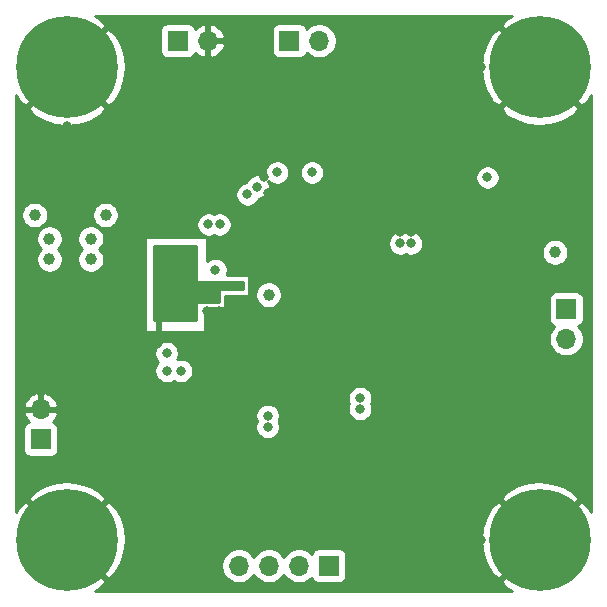
<source format=gbr>
G04 #@! TF.GenerationSoftware,KiCad,Pcbnew,(5.1.5)-3*
G04 #@! TF.CreationDate,2020-03-24T14:58:58+01:00*
G04 #@! TF.ProjectId,STM32F4_Breakout,53544d33-3246-4345-9f42-7265616b6f75,rev?*
G04 #@! TF.SameCoordinates,Original*
G04 #@! TF.FileFunction,Copper,L2,Inr*
G04 #@! TF.FilePolarity,Positive*
%FSLAX46Y46*%
G04 Gerber Fmt 4.6, Leading zero omitted, Abs format (unit mm)*
G04 Created by KiCad (PCBNEW (5.1.5)-3) date 2020-03-24 14:58:58*
%MOMM*%
%LPD*%
G04 APERTURE LIST*
%ADD10C,0.900000*%
%ADD11C,8.600000*%
%ADD12O,1.700000X1.700000*%
%ADD13R,1.700000X1.700000*%
%ADD14C,1.000000*%
%ADD15C,0.800000*%
%ADD16C,0.500000*%
%ADD17C,0.254000*%
G04 APERTURE END LIST*
D10*
X27280419Y-22719581D03*
X25000000Y-21775000D03*
X22719581Y-22719581D03*
X21775000Y-25000000D03*
X22719581Y-27280419D03*
X25000000Y-28225000D03*
X27280419Y-27280419D03*
X28225000Y-25000000D03*
D11*
X25000000Y-25000000D03*
X65000000Y-25000000D03*
D10*
X68225000Y-25000000D03*
X67280419Y-27280419D03*
X65000000Y-28225000D03*
X62719581Y-27280419D03*
X61775000Y-25000000D03*
X62719581Y-22719581D03*
X65000000Y-21775000D03*
X67280419Y-22719581D03*
X67280419Y-62719581D03*
X65000000Y-61775000D03*
X62719581Y-62719581D03*
X61775000Y-65000000D03*
X62719581Y-67280419D03*
X65000000Y-68225000D03*
X67280419Y-67280419D03*
X68225000Y-65000000D03*
D11*
X65000000Y-65000000D03*
X25000000Y-65000000D03*
D10*
X28225000Y-65000000D03*
X27280419Y-67280419D03*
X25000000Y-68225000D03*
X22719581Y-67280419D03*
X21775000Y-65000000D03*
X22719581Y-62719581D03*
X25000000Y-61775000D03*
X27280419Y-62719581D03*
D12*
X22750000Y-53960000D03*
D13*
X22750000Y-56500000D03*
D12*
X67250000Y-47990000D03*
D13*
X67250000Y-45450000D03*
X34350000Y-22750000D03*
D12*
X36890000Y-22750000D03*
D13*
X43800000Y-22750000D03*
D12*
X46340000Y-22750000D03*
D13*
X47150000Y-67200000D03*
D12*
X44610000Y-67200000D03*
X42070000Y-67200000D03*
X39530000Y-67200000D03*
D14*
X27000000Y-39500000D03*
D15*
X35600000Y-40600000D03*
X32800000Y-46000000D03*
D14*
X23500000Y-39500000D03*
X27000000Y-41250000D03*
X23500000Y-41250000D03*
X22250000Y-37500000D03*
X28250000Y-37500000D03*
X21500000Y-46250000D03*
X21500000Y-48250000D03*
X23250000Y-48250000D03*
X21500000Y-50250000D03*
X23250000Y-50250000D03*
D15*
X42000000Y-35600000D03*
X37900000Y-36700000D03*
X53200000Y-38900000D03*
X54100000Y-38900000D03*
X55400000Y-41300000D03*
X53400000Y-51800000D03*
X51800000Y-50900000D03*
X51800000Y-52000000D03*
X48200000Y-55400000D03*
X46700000Y-54400000D03*
X40000000Y-53500000D03*
X40000000Y-52400000D03*
X37875000Y-45600000D03*
X36850000Y-45600000D03*
D14*
X30000000Y-40650000D03*
X30000000Y-39425000D03*
D15*
X31750000Y-34100000D03*
X48200000Y-56325000D03*
X38475000Y-40225000D03*
X41700000Y-34250000D03*
X37900000Y-35700000D03*
X50000000Y-22500000D03*
X55000000Y-22500000D03*
X60000000Y-22500000D03*
X60000000Y-25000000D03*
X55000000Y-25000000D03*
X50000000Y-25000000D03*
X50000000Y-27500000D03*
X55000000Y-27500000D03*
X60000000Y-27500000D03*
X60000000Y-30000000D03*
X55000000Y-30000000D03*
X50000000Y-30000000D03*
X40000000Y-27500000D03*
X40000000Y-25000000D03*
X40000000Y-22500000D03*
X35000000Y-32500000D03*
X40000000Y-32500000D03*
X35000000Y-35000000D03*
X35000000Y-37500000D03*
X32500000Y-37500000D03*
X22500000Y-35000000D03*
X30000000Y-32500000D03*
X50000000Y-32500000D03*
X50000000Y-35000000D03*
X55000000Y-35000000D03*
X55000000Y-32500000D03*
X60000000Y-32500000D03*
X40000000Y-30000000D03*
X55000000Y-52500000D03*
X55000000Y-60000000D03*
X55000000Y-62500000D03*
X55000000Y-65000000D03*
X55000000Y-67500000D03*
X60000000Y-60000000D03*
X60000000Y-62500000D03*
X60000000Y-65000000D03*
X60000000Y-67500000D03*
X50000000Y-67500000D03*
X50000000Y-65000000D03*
X50000000Y-62500000D03*
X50000000Y-60000000D03*
X60000000Y-52500000D03*
X60000000Y-47500000D03*
X65000000Y-52500000D03*
X65000000Y-55000000D03*
X65000000Y-57500000D03*
X60000000Y-50000000D03*
X37500000Y-60000000D03*
X32500000Y-60000000D03*
X32500000Y-57500000D03*
X37500000Y-57500000D03*
X37500000Y-55000000D03*
X32500000Y-55000000D03*
X32500000Y-65000000D03*
X32500000Y-62500000D03*
X37500000Y-62500000D03*
X37500000Y-65000000D03*
X32500000Y-67500000D03*
X32500000Y-52500000D03*
X37500000Y-52500000D03*
X35000000Y-30000000D03*
X30000000Y-30000000D03*
X25000000Y-30000000D03*
X22500000Y-30000000D03*
X41975000Y-54500000D03*
X40250000Y-35750000D03*
X41100000Y-35100000D03*
X37900000Y-38300000D03*
X41975000Y-55450000D03*
X49800000Y-53000000D03*
X49800000Y-53925000D03*
X33425000Y-49200000D03*
X33425000Y-50700000D03*
X34625000Y-50700000D03*
X42775000Y-33900000D03*
X45725000Y-33900000D03*
X53200000Y-39900000D03*
X54100000Y-39900000D03*
X36950000Y-38300000D03*
X37550000Y-42150000D03*
X60575000Y-34325000D03*
D14*
X42050000Y-44250000D03*
X66300000Y-40650000D03*
D16*
X32800000Y-46000000D02*
X32800000Y-48500000D01*
D17*
G36*
X35873000Y-43050000D02*
G01*
X35875440Y-43074776D01*
X35882667Y-43098601D01*
X35894403Y-43120557D01*
X35910197Y-43139803D01*
X35929443Y-43155597D01*
X35951399Y-43167333D01*
X35975224Y-43174560D01*
X36000000Y-43177000D01*
X37407842Y-43177000D01*
X37448061Y-43185000D01*
X37651939Y-43185000D01*
X37692158Y-43177000D01*
X39873000Y-43177000D01*
X39873000Y-43773000D01*
X38000000Y-43773000D01*
X37975224Y-43775440D01*
X37951399Y-43782667D01*
X37929443Y-43794403D01*
X37910197Y-43810197D01*
X37894403Y-43829443D01*
X37882667Y-43851399D01*
X37875440Y-43875224D01*
X37873000Y-43900000D01*
X37873000Y-44873000D01*
X36000000Y-44873000D01*
X35975224Y-44875440D01*
X35951399Y-44882667D01*
X35929443Y-44894403D01*
X35910197Y-44910197D01*
X35894403Y-44929443D01*
X35882667Y-44951399D01*
X35875440Y-44975224D01*
X35873000Y-45000000D01*
X35873000Y-46373000D01*
X32377000Y-46373000D01*
X32377000Y-40127000D01*
X35873000Y-40127000D01*
X35873000Y-43050000D01*
G37*
X35873000Y-43050000D02*
X35875440Y-43074776D01*
X35882667Y-43098601D01*
X35894403Y-43120557D01*
X35910197Y-43139803D01*
X35929443Y-43155597D01*
X35951399Y-43167333D01*
X35975224Y-43174560D01*
X36000000Y-43177000D01*
X37407842Y-43177000D01*
X37448061Y-43185000D01*
X37651939Y-43185000D01*
X37692158Y-43177000D01*
X39873000Y-43177000D01*
X39873000Y-43773000D01*
X38000000Y-43773000D01*
X37975224Y-43775440D01*
X37951399Y-43782667D01*
X37929443Y-43794403D01*
X37910197Y-43810197D01*
X37894403Y-43829443D01*
X37882667Y-43851399D01*
X37875440Y-43875224D01*
X37873000Y-43900000D01*
X37873000Y-44873000D01*
X36000000Y-44873000D01*
X35975224Y-44875440D01*
X35951399Y-44882667D01*
X35929443Y-44894403D01*
X35910197Y-44910197D01*
X35894403Y-44929443D01*
X35882667Y-44951399D01*
X35875440Y-44975224D01*
X35873000Y-45000000D01*
X35873000Y-46373000D01*
X32377000Y-46373000D01*
X32377000Y-40127000D01*
X35873000Y-40127000D01*
X35873000Y-43050000D01*
G36*
X62301560Y-20839606D02*
G01*
X62188946Y-20914851D01*
X61696787Y-21517182D01*
X65000000Y-24820395D01*
X65014143Y-24806253D01*
X65193748Y-24985858D01*
X65179605Y-25000000D01*
X68482818Y-28303213D01*
X69085149Y-27811054D01*
X69340000Y-27349534D01*
X69340001Y-62648909D01*
X69160394Y-62301560D01*
X69085149Y-62188946D01*
X68482818Y-61696787D01*
X65179605Y-65000000D01*
X65193748Y-65014143D01*
X65014143Y-65193748D01*
X65000000Y-65179605D01*
X61696787Y-68482818D01*
X62188946Y-69085149D01*
X62650466Y-69340000D01*
X27351093Y-69340000D01*
X27698440Y-69160394D01*
X27811054Y-69085149D01*
X28303213Y-68482818D01*
X25000000Y-65179605D01*
X24985858Y-65193748D01*
X24806253Y-65014143D01*
X24820395Y-65000000D01*
X25179605Y-65000000D01*
X28482818Y-68303213D01*
X29085149Y-67811054D01*
X29503336Y-67053740D01*
X38045000Y-67053740D01*
X38045000Y-67346260D01*
X38102068Y-67633158D01*
X38214010Y-67903411D01*
X38376525Y-68146632D01*
X38583368Y-68353475D01*
X38826589Y-68515990D01*
X39096842Y-68627932D01*
X39383740Y-68685000D01*
X39676260Y-68685000D01*
X39963158Y-68627932D01*
X40233411Y-68515990D01*
X40476632Y-68353475D01*
X40683475Y-68146632D01*
X40800000Y-67972240D01*
X40916525Y-68146632D01*
X41123368Y-68353475D01*
X41366589Y-68515990D01*
X41636842Y-68627932D01*
X41923740Y-68685000D01*
X42216260Y-68685000D01*
X42503158Y-68627932D01*
X42773411Y-68515990D01*
X43016632Y-68353475D01*
X43223475Y-68146632D01*
X43340000Y-67972240D01*
X43456525Y-68146632D01*
X43663368Y-68353475D01*
X43906589Y-68515990D01*
X44176842Y-68627932D01*
X44463740Y-68685000D01*
X44756260Y-68685000D01*
X45043158Y-68627932D01*
X45313411Y-68515990D01*
X45556632Y-68353475D01*
X45688487Y-68221620D01*
X45710498Y-68294180D01*
X45769463Y-68404494D01*
X45848815Y-68501185D01*
X45945506Y-68580537D01*
X46055820Y-68639502D01*
X46175518Y-68675812D01*
X46300000Y-68688072D01*
X48000000Y-68688072D01*
X48124482Y-68675812D01*
X48244180Y-68639502D01*
X48354494Y-68580537D01*
X48451185Y-68501185D01*
X48530537Y-68404494D01*
X48589502Y-68294180D01*
X48625812Y-68174482D01*
X48638072Y-68050000D01*
X48638072Y-66350000D01*
X48625812Y-66225518D01*
X48589502Y-66105820D01*
X48530537Y-65995506D01*
X48451185Y-65898815D01*
X48354494Y-65819463D01*
X48244180Y-65760498D01*
X48124482Y-65724188D01*
X48000000Y-65711928D01*
X46300000Y-65711928D01*
X46175518Y-65724188D01*
X46055820Y-65760498D01*
X45945506Y-65819463D01*
X45848815Y-65898815D01*
X45769463Y-65995506D01*
X45710498Y-66105820D01*
X45688487Y-66178380D01*
X45556632Y-66046525D01*
X45313411Y-65884010D01*
X45043158Y-65772068D01*
X44756260Y-65715000D01*
X44463740Y-65715000D01*
X44176842Y-65772068D01*
X43906589Y-65884010D01*
X43663368Y-66046525D01*
X43456525Y-66253368D01*
X43340000Y-66427760D01*
X43223475Y-66253368D01*
X43016632Y-66046525D01*
X42773411Y-65884010D01*
X42503158Y-65772068D01*
X42216260Y-65715000D01*
X41923740Y-65715000D01*
X41636842Y-65772068D01*
X41366589Y-65884010D01*
X41123368Y-66046525D01*
X40916525Y-66253368D01*
X40800000Y-66427760D01*
X40683475Y-66253368D01*
X40476632Y-66046525D01*
X40233411Y-65884010D01*
X39963158Y-65772068D01*
X39676260Y-65715000D01*
X39383740Y-65715000D01*
X39096842Y-65772068D01*
X38826589Y-65884010D01*
X38583368Y-66046525D01*
X38376525Y-66253368D01*
X38214010Y-66496589D01*
X38102068Y-66766842D01*
X38045000Y-67053740D01*
X29503336Y-67053740D01*
X29555063Y-66960067D01*
X29849929Y-66033757D01*
X29958414Y-65067719D01*
X29946940Y-64932281D01*
X60041586Y-64932281D01*
X60123649Y-65900921D01*
X60393107Y-66834938D01*
X60839606Y-67698440D01*
X60914851Y-67811054D01*
X61517182Y-68303213D01*
X64820395Y-65000000D01*
X61517182Y-61696787D01*
X60914851Y-62188946D01*
X60444937Y-63039933D01*
X60150071Y-63966243D01*
X60041586Y-64932281D01*
X29946940Y-64932281D01*
X29876351Y-64099079D01*
X29606893Y-63165062D01*
X29160394Y-62301560D01*
X29085149Y-62188946D01*
X28482818Y-61696787D01*
X25179605Y-65000000D01*
X24820395Y-65000000D01*
X21517182Y-61696787D01*
X20914851Y-62188946D01*
X20660000Y-62650466D01*
X20660000Y-61517182D01*
X21696787Y-61517182D01*
X25000000Y-64820395D01*
X28303213Y-61517182D01*
X61696787Y-61517182D01*
X65000000Y-64820395D01*
X68303213Y-61517182D01*
X67811054Y-60914851D01*
X66960067Y-60444937D01*
X66033757Y-60150071D01*
X65067719Y-60041586D01*
X64099079Y-60123649D01*
X63165062Y-60393107D01*
X62301560Y-60839606D01*
X62188946Y-60914851D01*
X61696787Y-61517182D01*
X28303213Y-61517182D01*
X27811054Y-60914851D01*
X26960067Y-60444937D01*
X26033757Y-60150071D01*
X25067719Y-60041586D01*
X24099079Y-60123649D01*
X23165062Y-60393107D01*
X22301560Y-60839606D01*
X22188946Y-60914851D01*
X21696787Y-61517182D01*
X20660000Y-61517182D01*
X20660000Y-55650000D01*
X21261928Y-55650000D01*
X21261928Y-57350000D01*
X21274188Y-57474482D01*
X21310498Y-57594180D01*
X21369463Y-57704494D01*
X21448815Y-57801185D01*
X21545506Y-57880537D01*
X21655820Y-57939502D01*
X21775518Y-57975812D01*
X21900000Y-57988072D01*
X23600000Y-57988072D01*
X23724482Y-57975812D01*
X23844180Y-57939502D01*
X23954494Y-57880537D01*
X24051185Y-57801185D01*
X24130537Y-57704494D01*
X24189502Y-57594180D01*
X24225812Y-57474482D01*
X24238072Y-57350000D01*
X24238072Y-55650000D01*
X24225812Y-55525518D01*
X24189502Y-55405820D01*
X24130537Y-55295506D01*
X24051185Y-55198815D01*
X23954494Y-55119463D01*
X23844180Y-55060498D01*
X23763534Y-55036034D01*
X23847588Y-54960269D01*
X24021641Y-54726920D01*
X24146825Y-54464099D01*
X24166855Y-54398061D01*
X40940000Y-54398061D01*
X40940000Y-54601939D01*
X40979774Y-54801898D01*
X41051476Y-54975000D01*
X40979774Y-55148102D01*
X40940000Y-55348061D01*
X40940000Y-55551939D01*
X40979774Y-55751898D01*
X41057795Y-55940256D01*
X41171063Y-56109774D01*
X41315226Y-56253937D01*
X41484744Y-56367205D01*
X41673102Y-56445226D01*
X41873061Y-56485000D01*
X42076939Y-56485000D01*
X42276898Y-56445226D01*
X42465256Y-56367205D01*
X42634774Y-56253937D01*
X42778937Y-56109774D01*
X42892205Y-55940256D01*
X42970226Y-55751898D01*
X43010000Y-55551939D01*
X43010000Y-55348061D01*
X42970226Y-55148102D01*
X42898524Y-54975000D01*
X42970226Y-54801898D01*
X43010000Y-54601939D01*
X43010000Y-54398061D01*
X42970226Y-54198102D01*
X42892205Y-54009744D01*
X42778937Y-53840226D01*
X42634774Y-53696063D01*
X42465256Y-53582795D01*
X42276898Y-53504774D01*
X42076939Y-53465000D01*
X41873061Y-53465000D01*
X41673102Y-53504774D01*
X41484744Y-53582795D01*
X41315226Y-53696063D01*
X41171063Y-53840226D01*
X41057795Y-54009744D01*
X40979774Y-54198102D01*
X40940000Y-54398061D01*
X24166855Y-54398061D01*
X24191476Y-54316890D01*
X24070155Y-54087000D01*
X22877000Y-54087000D01*
X22877000Y-54107000D01*
X22623000Y-54107000D01*
X22623000Y-54087000D01*
X21429845Y-54087000D01*
X21308524Y-54316890D01*
X21353175Y-54464099D01*
X21478359Y-54726920D01*
X21652412Y-54960269D01*
X21736466Y-55036034D01*
X21655820Y-55060498D01*
X21545506Y-55119463D01*
X21448815Y-55198815D01*
X21369463Y-55295506D01*
X21310498Y-55405820D01*
X21274188Y-55525518D01*
X21261928Y-55650000D01*
X20660000Y-55650000D01*
X20660000Y-53603110D01*
X21308524Y-53603110D01*
X21429845Y-53833000D01*
X22623000Y-53833000D01*
X22623000Y-52639186D01*
X22877000Y-52639186D01*
X22877000Y-53833000D01*
X24070155Y-53833000D01*
X24191476Y-53603110D01*
X24146825Y-53455901D01*
X24021641Y-53193080D01*
X23847588Y-52959731D01*
X23779171Y-52898061D01*
X48765000Y-52898061D01*
X48765000Y-53101939D01*
X48804774Y-53301898D01*
X48871298Y-53462500D01*
X48804774Y-53623102D01*
X48765000Y-53823061D01*
X48765000Y-54026939D01*
X48804774Y-54226898D01*
X48882795Y-54415256D01*
X48996063Y-54584774D01*
X49140226Y-54728937D01*
X49309744Y-54842205D01*
X49498102Y-54920226D01*
X49698061Y-54960000D01*
X49901939Y-54960000D01*
X50101898Y-54920226D01*
X50290256Y-54842205D01*
X50459774Y-54728937D01*
X50603937Y-54584774D01*
X50717205Y-54415256D01*
X50795226Y-54226898D01*
X50835000Y-54026939D01*
X50835000Y-53823061D01*
X50795226Y-53623102D01*
X50728702Y-53462500D01*
X50795226Y-53301898D01*
X50835000Y-53101939D01*
X50835000Y-52898061D01*
X50795226Y-52698102D01*
X50717205Y-52509744D01*
X50603937Y-52340226D01*
X50459774Y-52196063D01*
X50290256Y-52082795D01*
X50101898Y-52004774D01*
X49901939Y-51965000D01*
X49698061Y-51965000D01*
X49498102Y-52004774D01*
X49309744Y-52082795D01*
X49140226Y-52196063D01*
X48996063Y-52340226D01*
X48882795Y-52509744D01*
X48804774Y-52698102D01*
X48765000Y-52898061D01*
X23779171Y-52898061D01*
X23631355Y-52764822D01*
X23381252Y-52615843D01*
X23106891Y-52518519D01*
X22877000Y-52639186D01*
X22623000Y-52639186D01*
X22393109Y-52518519D01*
X22118748Y-52615843D01*
X21868645Y-52764822D01*
X21652412Y-52959731D01*
X21478359Y-53193080D01*
X21353175Y-53455901D01*
X21308524Y-53603110D01*
X20660000Y-53603110D01*
X20660000Y-49098061D01*
X32390000Y-49098061D01*
X32390000Y-49301939D01*
X32429774Y-49501898D01*
X32507795Y-49690256D01*
X32621063Y-49859774D01*
X32711289Y-49950000D01*
X32621063Y-50040226D01*
X32507795Y-50209744D01*
X32429774Y-50398102D01*
X32390000Y-50598061D01*
X32390000Y-50801939D01*
X32429774Y-51001898D01*
X32507795Y-51190256D01*
X32621063Y-51359774D01*
X32765226Y-51503937D01*
X32934744Y-51617205D01*
X33123102Y-51695226D01*
X33323061Y-51735000D01*
X33526939Y-51735000D01*
X33726898Y-51695226D01*
X33915256Y-51617205D01*
X34025000Y-51543877D01*
X34134744Y-51617205D01*
X34323102Y-51695226D01*
X34523061Y-51735000D01*
X34726939Y-51735000D01*
X34926898Y-51695226D01*
X35115256Y-51617205D01*
X35284774Y-51503937D01*
X35428937Y-51359774D01*
X35542205Y-51190256D01*
X35620226Y-51001898D01*
X35660000Y-50801939D01*
X35660000Y-50598061D01*
X35620226Y-50398102D01*
X35542205Y-50209744D01*
X35428937Y-50040226D01*
X35284774Y-49896063D01*
X35115256Y-49782795D01*
X34926898Y-49704774D01*
X34726939Y-49665000D01*
X34523061Y-49665000D01*
X34333946Y-49702617D01*
X34342205Y-49690256D01*
X34420226Y-49501898D01*
X34460000Y-49301939D01*
X34460000Y-49098061D01*
X34420226Y-48898102D01*
X34342205Y-48709744D01*
X34228937Y-48540226D01*
X34084774Y-48396063D01*
X33915256Y-48282795D01*
X33726898Y-48204774D01*
X33526939Y-48165000D01*
X33323061Y-48165000D01*
X33123102Y-48204774D01*
X32934744Y-48282795D01*
X32765226Y-48396063D01*
X32621063Y-48540226D01*
X32507795Y-48709744D01*
X32429774Y-48898102D01*
X32390000Y-49098061D01*
X20660000Y-49098061D01*
X20660000Y-39388212D01*
X22365000Y-39388212D01*
X22365000Y-39611788D01*
X22408617Y-39831067D01*
X22494176Y-40037624D01*
X22618388Y-40223520D01*
X22769868Y-40375000D01*
X22618388Y-40526480D01*
X22494176Y-40712376D01*
X22408617Y-40918933D01*
X22365000Y-41138212D01*
X22365000Y-41361788D01*
X22408617Y-41581067D01*
X22494176Y-41787624D01*
X22618388Y-41973520D01*
X22776480Y-42131612D01*
X22962376Y-42255824D01*
X23168933Y-42341383D01*
X23388212Y-42385000D01*
X23611788Y-42385000D01*
X23831067Y-42341383D01*
X24037624Y-42255824D01*
X24223520Y-42131612D01*
X24381612Y-41973520D01*
X24505824Y-41787624D01*
X24591383Y-41581067D01*
X24635000Y-41361788D01*
X24635000Y-41138212D01*
X24591383Y-40918933D01*
X24505824Y-40712376D01*
X24381612Y-40526480D01*
X24230132Y-40375000D01*
X24381612Y-40223520D01*
X24505824Y-40037624D01*
X24591383Y-39831067D01*
X24635000Y-39611788D01*
X24635000Y-39388212D01*
X25865000Y-39388212D01*
X25865000Y-39611788D01*
X25908617Y-39831067D01*
X25994176Y-40037624D01*
X26118388Y-40223520D01*
X26269868Y-40375000D01*
X26118388Y-40526480D01*
X25994176Y-40712376D01*
X25908617Y-40918933D01*
X25865000Y-41138212D01*
X25865000Y-41361788D01*
X25908617Y-41581067D01*
X25994176Y-41787624D01*
X26118388Y-41973520D01*
X26276480Y-42131612D01*
X26462376Y-42255824D01*
X26668933Y-42341383D01*
X26888212Y-42385000D01*
X27111788Y-42385000D01*
X27331067Y-42341383D01*
X27537624Y-42255824D01*
X27723520Y-42131612D01*
X27881612Y-41973520D01*
X28005824Y-41787624D01*
X28091383Y-41581067D01*
X28135000Y-41361788D01*
X28135000Y-41138212D01*
X28091383Y-40918933D01*
X28005824Y-40712376D01*
X27881612Y-40526480D01*
X27730132Y-40375000D01*
X27881612Y-40223520D01*
X28005824Y-40037624D01*
X28091383Y-39831067D01*
X28135000Y-39611788D01*
X28135000Y-39500000D01*
X31623000Y-39500000D01*
X31623000Y-47250000D01*
X31625440Y-47274776D01*
X31632667Y-47298601D01*
X31644403Y-47320557D01*
X31660197Y-47339803D01*
X31679443Y-47355597D01*
X31701399Y-47367333D01*
X31725224Y-47374560D01*
X31750000Y-47377000D01*
X36500000Y-47377000D01*
X36524776Y-47374560D01*
X36548601Y-47367333D01*
X36570557Y-47355597D01*
X36589803Y-47339803D01*
X36605597Y-47320557D01*
X36617333Y-47298601D01*
X36624560Y-47274776D01*
X36627000Y-47250000D01*
X36627000Y-45377000D01*
X38250000Y-45377000D01*
X38274776Y-45374560D01*
X38298601Y-45367333D01*
X38320557Y-45355597D01*
X38339803Y-45339803D01*
X38355597Y-45320557D01*
X38367333Y-45298601D01*
X38374560Y-45274776D01*
X38377000Y-45250000D01*
X38377000Y-44377000D01*
X40250000Y-44377000D01*
X40274776Y-44374560D01*
X40298601Y-44367333D01*
X40320557Y-44355597D01*
X40339803Y-44339803D01*
X40355597Y-44320557D01*
X40367333Y-44298601D01*
X40374560Y-44274776D01*
X40377000Y-44250000D01*
X40377000Y-44138212D01*
X40915000Y-44138212D01*
X40915000Y-44361788D01*
X40958617Y-44581067D01*
X41044176Y-44787624D01*
X41168388Y-44973520D01*
X41326480Y-45131612D01*
X41512376Y-45255824D01*
X41718933Y-45341383D01*
X41938212Y-45385000D01*
X42161788Y-45385000D01*
X42381067Y-45341383D01*
X42587624Y-45255824D01*
X42773520Y-45131612D01*
X42931612Y-44973520D01*
X43055824Y-44787624D01*
X43133540Y-44600000D01*
X65761928Y-44600000D01*
X65761928Y-46300000D01*
X65774188Y-46424482D01*
X65810498Y-46544180D01*
X65869463Y-46654494D01*
X65948815Y-46751185D01*
X66045506Y-46830537D01*
X66155820Y-46889502D01*
X66228380Y-46911513D01*
X66096525Y-47043368D01*
X65934010Y-47286589D01*
X65822068Y-47556842D01*
X65765000Y-47843740D01*
X65765000Y-48136260D01*
X65822068Y-48423158D01*
X65934010Y-48693411D01*
X66096525Y-48936632D01*
X66303368Y-49143475D01*
X66546589Y-49305990D01*
X66816842Y-49417932D01*
X67103740Y-49475000D01*
X67396260Y-49475000D01*
X67683158Y-49417932D01*
X67953411Y-49305990D01*
X68196632Y-49143475D01*
X68403475Y-48936632D01*
X68565990Y-48693411D01*
X68677932Y-48423158D01*
X68735000Y-48136260D01*
X68735000Y-47843740D01*
X68677932Y-47556842D01*
X68565990Y-47286589D01*
X68403475Y-47043368D01*
X68271620Y-46911513D01*
X68344180Y-46889502D01*
X68454494Y-46830537D01*
X68551185Y-46751185D01*
X68630537Y-46654494D01*
X68689502Y-46544180D01*
X68725812Y-46424482D01*
X68738072Y-46300000D01*
X68738072Y-44600000D01*
X68725812Y-44475518D01*
X68689502Y-44355820D01*
X68630537Y-44245506D01*
X68551185Y-44148815D01*
X68454494Y-44069463D01*
X68344180Y-44010498D01*
X68224482Y-43974188D01*
X68100000Y-43961928D01*
X66400000Y-43961928D01*
X66275518Y-43974188D01*
X66155820Y-44010498D01*
X66045506Y-44069463D01*
X65948815Y-44148815D01*
X65869463Y-44245506D01*
X65810498Y-44355820D01*
X65774188Y-44475518D01*
X65761928Y-44600000D01*
X43133540Y-44600000D01*
X43141383Y-44581067D01*
X43185000Y-44361788D01*
X43185000Y-44138212D01*
X43141383Y-43918933D01*
X43055824Y-43712376D01*
X42931612Y-43526480D01*
X42773520Y-43368388D01*
X42587624Y-43244176D01*
X42381067Y-43158617D01*
X42161788Y-43115000D01*
X41938212Y-43115000D01*
X41718933Y-43158617D01*
X41512376Y-43244176D01*
X41326480Y-43368388D01*
X41168388Y-43526480D01*
X41044176Y-43712376D01*
X40958617Y-43918933D01*
X40915000Y-44138212D01*
X40377000Y-44138212D01*
X40377000Y-42700000D01*
X40374560Y-42675224D01*
X40367333Y-42651399D01*
X40355597Y-42629443D01*
X40339803Y-42610197D01*
X40320557Y-42594403D01*
X40298601Y-42582667D01*
X40274776Y-42575440D01*
X40250000Y-42573000D01*
X38495064Y-42573000D01*
X38545226Y-42451898D01*
X38585000Y-42251939D01*
X38585000Y-42048061D01*
X38545226Y-41848102D01*
X38467205Y-41659744D01*
X38353937Y-41490226D01*
X38209774Y-41346063D01*
X38040256Y-41232795D01*
X37851898Y-41154774D01*
X37651939Y-41115000D01*
X37448061Y-41115000D01*
X37248102Y-41154774D01*
X37059744Y-41232795D01*
X36890226Y-41346063D01*
X36877000Y-41359289D01*
X36877000Y-39798061D01*
X52165000Y-39798061D01*
X52165000Y-40001939D01*
X52204774Y-40201898D01*
X52282795Y-40390256D01*
X52396063Y-40559774D01*
X52540226Y-40703937D01*
X52709744Y-40817205D01*
X52898102Y-40895226D01*
X53098061Y-40935000D01*
X53301939Y-40935000D01*
X53501898Y-40895226D01*
X53650000Y-40833880D01*
X53798102Y-40895226D01*
X53998061Y-40935000D01*
X54201939Y-40935000D01*
X54401898Y-40895226D01*
X54590256Y-40817205D01*
X54759774Y-40703937D01*
X54903937Y-40559774D01*
X54918344Y-40538212D01*
X65165000Y-40538212D01*
X65165000Y-40761788D01*
X65208617Y-40981067D01*
X65294176Y-41187624D01*
X65418388Y-41373520D01*
X65576480Y-41531612D01*
X65762376Y-41655824D01*
X65968933Y-41741383D01*
X66188212Y-41785000D01*
X66411788Y-41785000D01*
X66631067Y-41741383D01*
X66837624Y-41655824D01*
X67023520Y-41531612D01*
X67181612Y-41373520D01*
X67305824Y-41187624D01*
X67391383Y-40981067D01*
X67435000Y-40761788D01*
X67435000Y-40538212D01*
X67391383Y-40318933D01*
X67305824Y-40112376D01*
X67181612Y-39926480D01*
X67023520Y-39768388D01*
X66837624Y-39644176D01*
X66631067Y-39558617D01*
X66411788Y-39515000D01*
X66188212Y-39515000D01*
X65968933Y-39558617D01*
X65762376Y-39644176D01*
X65576480Y-39768388D01*
X65418388Y-39926480D01*
X65294176Y-40112376D01*
X65208617Y-40318933D01*
X65165000Y-40538212D01*
X54918344Y-40538212D01*
X55017205Y-40390256D01*
X55095226Y-40201898D01*
X55135000Y-40001939D01*
X55135000Y-39798061D01*
X55095226Y-39598102D01*
X55017205Y-39409744D01*
X54903937Y-39240226D01*
X54759774Y-39096063D01*
X54590256Y-38982795D01*
X54401898Y-38904774D01*
X54201939Y-38865000D01*
X53998061Y-38865000D01*
X53798102Y-38904774D01*
X53650000Y-38966120D01*
X53501898Y-38904774D01*
X53301939Y-38865000D01*
X53098061Y-38865000D01*
X52898102Y-38904774D01*
X52709744Y-38982795D01*
X52540226Y-39096063D01*
X52396063Y-39240226D01*
X52282795Y-39409744D01*
X52204774Y-39598102D01*
X52165000Y-39798061D01*
X36877000Y-39798061D01*
X36877000Y-39500000D01*
X36874560Y-39475224D01*
X36867333Y-39451399D01*
X36855597Y-39429443D01*
X36839803Y-39410197D01*
X36820557Y-39394403D01*
X36798601Y-39382667D01*
X36774776Y-39375440D01*
X36750000Y-39373000D01*
X31750000Y-39373000D01*
X31725224Y-39375440D01*
X31701399Y-39382667D01*
X31679443Y-39394403D01*
X31660197Y-39410197D01*
X31644403Y-39429443D01*
X31632667Y-39451399D01*
X31625440Y-39475224D01*
X31623000Y-39500000D01*
X28135000Y-39500000D01*
X28135000Y-39388212D01*
X28091383Y-39168933D01*
X28005824Y-38962376D01*
X27881612Y-38776480D01*
X27723520Y-38618388D01*
X27537624Y-38494176D01*
X27331067Y-38408617D01*
X27111788Y-38365000D01*
X26888212Y-38365000D01*
X26668933Y-38408617D01*
X26462376Y-38494176D01*
X26276480Y-38618388D01*
X26118388Y-38776480D01*
X25994176Y-38962376D01*
X25908617Y-39168933D01*
X25865000Y-39388212D01*
X24635000Y-39388212D01*
X24591383Y-39168933D01*
X24505824Y-38962376D01*
X24381612Y-38776480D01*
X24223520Y-38618388D01*
X24037624Y-38494176D01*
X23831067Y-38408617D01*
X23611788Y-38365000D01*
X23388212Y-38365000D01*
X23168933Y-38408617D01*
X22962376Y-38494176D01*
X22776480Y-38618388D01*
X22618388Y-38776480D01*
X22494176Y-38962376D01*
X22408617Y-39168933D01*
X22365000Y-39388212D01*
X20660000Y-39388212D01*
X20660000Y-37388212D01*
X21115000Y-37388212D01*
X21115000Y-37611788D01*
X21158617Y-37831067D01*
X21244176Y-38037624D01*
X21368388Y-38223520D01*
X21526480Y-38381612D01*
X21712376Y-38505824D01*
X21918933Y-38591383D01*
X22138212Y-38635000D01*
X22361788Y-38635000D01*
X22581067Y-38591383D01*
X22787624Y-38505824D01*
X22973520Y-38381612D01*
X23131612Y-38223520D01*
X23255824Y-38037624D01*
X23341383Y-37831067D01*
X23385000Y-37611788D01*
X23385000Y-37388212D01*
X27115000Y-37388212D01*
X27115000Y-37611788D01*
X27158617Y-37831067D01*
X27244176Y-38037624D01*
X27368388Y-38223520D01*
X27526480Y-38381612D01*
X27712376Y-38505824D01*
X27918933Y-38591383D01*
X28138212Y-38635000D01*
X28361788Y-38635000D01*
X28581067Y-38591383D01*
X28787624Y-38505824D01*
X28973520Y-38381612D01*
X29131612Y-38223520D01*
X29148623Y-38198061D01*
X35915000Y-38198061D01*
X35915000Y-38401939D01*
X35954774Y-38601898D01*
X36032795Y-38790256D01*
X36146063Y-38959774D01*
X36290226Y-39103937D01*
X36459744Y-39217205D01*
X36648102Y-39295226D01*
X36848061Y-39335000D01*
X37051939Y-39335000D01*
X37251898Y-39295226D01*
X37425000Y-39223524D01*
X37598102Y-39295226D01*
X37798061Y-39335000D01*
X38001939Y-39335000D01*
X38201898Y-39295226D01*
X38390256Y-39217205D01*
X38559774Y-39103937D01*
X38703937Y-38959774D01*
X38817205Y-38790256D01*
X38895226Y-38601898D01*
X38935000Y-38401939D01*
X38935000Y-38198061D01*
X38895226Y-37998102D01*
X38817205Y-37809744D01*
X38703937Y-37640226D01*
X38559774Y-37496063D01*
X38390256Y-37382795D01*
X38201898Y-37304774D01*
X38001939Y-37265000D01*
X37798061Y-37265000D01*
X37598102Y-37304774D01*
X37425000Y-37376476D01*
X37251898Y-37304774D01*
X37051939Y-37265000D01*
X36848061Y-37265000D01*
X36648102Y-37304774D01*
X36459744Y-37382795D01*
X36290226Y-37496063D01*
X36146063Y-37640226D01*
X36032795Y-37809744D01*
X35954774Y-37998102D01*
X35915000Y-38198061D01*
X29148623Y-38198061D01*
X29255824Y-38037624D01*
X29341383Y-37831067D01*
X29385000Y-37611788D01*
X29385000Y-37388212D01*
X29341383Y-37168933D01*
X29255824Y-36962376D01*
X29131612Y-36776480D01*
X28973520Y-36618388D01*
X28787624Y-36494176D01*
X28581067Y-36408617D01*
X28361788Y-36365000D01*
X28138212Y-36365000D01*
X27918933Y-36408617D01*
X27712376Y-36494176D01*
X27526480Y-36618388D01*
X27368388Y-36776480D01*
X27244176Y-36962376D01*
X27158617Y-37168933D01*
X27115000Y-37388212D01*
X23385000Y-37388212D01*
X23341383Y-37168933D01*
X23255824Y-36962376D01*
X23131612Y-36776480D01*
X22973520Y-36618388D01*
X22787624Y-36494176D01*
X22581067Y-36408617D01*
X22361788Y-36365000D01*
X22138212Y-36365000D01*
X21918933Y-36408617D01*
X21712376Y-36494176D01*
X21526480Y-36618388D01*
X21368388Y-36776480D01*
X21244176Y-36962376D01*
X21158617Y-37168933D01*
X21115000Y-37388212D01*
X20660000Y-37388212D01*
X20660000Y-35648061D01*
X39215000Y-35648061D01*
X39215000Y-35851939D01*
X39254774Y-36051898D01*
X39332795Y-36240256D01*
X39446063Y-36409774D01*
X39590226Y-36553937D01*
X39759744Y-36667205D01*
X39948102Y-36745226D01*
X40148061Y-36785000D01*
X40351939Y-36785000D01*
X40551898Y-36745226D01*
X40740256Y-36667205D01*
X40909774Y-36553937D01*
X41053937Y-36409774D01*
X41167205Y-36240256D01*
X41211600Y-36133078D01*
X41401898Y-36095226D01*
X41590256Y-36017205D01*
X41759774Y-35903937D01*
X41903937Y-35759774D01*
X42017205Y-35590256D01*
X42095226Y-35401898D01*
X42135000Y-35201939D01*
X42135000Y-34998061D01*
X42095226Y-34798102D01*
X42017205Y-34609744D01*
X42009497Y-34598208D01*
X42115226Y-34703937D01*
X42284744Y-34817205D01*
X42473102Y-34895226D01*
X42673061Y-34935000D01*
X42876939Y-34935000D01*
X43076898Y-34895226D01*
X43265256Y-34817205D01*
X43434774Y-34703937D01*
X43578937Y-34559774D01*
X43692205Y-34390256D01*
X43770226Y-34201898D01*
X43810000Y-34001939D01*
X43810000Y-33798061D01*
X44690000Y-33798061D01*
X44690000Y-34001939D01*
X44729774Y-34201898D01*
X44807795Y-34390256D01*
X44921063Y-34559774D01*
X45065226Y-34703937D01*
X45234744Y-34817205D01*
X45423102Y-34895226D01*
X45623061Y-34935000D01*
X45826939Y-34935000D01*
X46026898Y-34895226D01*
X46215256Y-34817205D01*
X46384774Y-34703937D01*
X46528937Y-34559774D01*
X46642205Y-34390256D01*
X46711459Y-34223061D01*
X59540000Y-34223061D01*
X59540000Y-34426939D01*
X59579774Y-34626898D01*
X59657795Y-34815256D01*
X59771063Y-34984774D01*
X59915226Y-35128937D01*
X60084744Y-35242205D01*
X60273102Y-35320226D01*
X60473061Y-35360000D01*
X60676939Y-35360000D01*
X60876898Y-35320226D01*
X61065256Y-35242205D01*
X61234774Y-35128937D01*
X61378937Y-34984774D01*
X61492205Y-34815256D01*
X61570226Y-34626898D01*
X61610000Y-34426939D01*
X61610000Y-34223061D01*
X61570226Y-34023102D01*
X61492205Y-33834744D01*
X61378937Y-33665226D01*
X61234774Y-33521063D01*
X61065256Y-33407795D01*
X60876898Y-33329774D01*
X60676939Y-33290000D01*
X60473061Y-33290000D01*
X60273102Y-33329774D01*
X60084744Y-33407795D01*
X59915226Y-33521063D01*
X59771063Y-33665226D01*
X59657795Y-33834744D01*
X59579774Y-34023102D01*
X59540000Y-34223061D01*
X46711459Y-34223061D01*
X46720226Y-34201898D01*
X46760000Y-34001939D01*
X46760000Y-33798061D01*
X46720226Y-33598102D01*
X46642205Y-33409744D01*
X46528937Y-33240226D01*
X46384774Y-33096063D01*
X46215256Y-32982795D01*
X46026898Y-32904774D01*
X45826939Y-32865000D01*
X45623061Y-32865000D01*
X45423102Y-32904774D01*
X45234744Y-32982795D01*
X45065226Y-33096063D01*
X44921063Y-33240226D01*
X44807795Y-33409744D01*
X44729774Y-33598102D01*
X44690000Y-33798061D01*
X43810000Y-33798061D01*
X43770226Y-33598102D01*
X43692205Y-33409744D01*
X43578937Y-33240226D01*
X43434774Y-33096063D01*
X43265256Y-32982795D01*
X43076898Y-32904774D01*
X42876939Y-32865000D01*
X42673061Y-32865000D01*
X42473102Y-32904774D01*
X42284744Y-32982795D01*
X42115226Y-33096063D01*
X41971063Y-33240226D01*
X41857795Y-33409744D01*
X41779774Y-33598102D01*
X41740000Y-33798061D01*
X41740000Y-34001939D01*
X41779774Y-34201898D01*
X41857795Y-34390256D01*
X41865503Y-34401792D01*
X41759774Y-34296063D01*
X41590256Y-34182795D01*
X41401898Y-34104774D01*
X41201939Y-34065000D01*
X40998061Y-34065000D01*
X40798102Y-34104774D01*
X40609744Y-34182795D01*
X40440226Y-34296063D01*
X40296063Y-34440226D01*
X40182795Y-34609744D01*
X40138400Y-34716922D01*
X39948102Y-34754774D01*
X39759744Y-34832795D01*
X39590226Y-34946063D01*
X39446063Y-35090226D01*
X39332795Y-35259744D01*
X39254774Y-35448102D01*
X39215000Y-35648061D01*
X20660000Y-35648061D01*
X20660000Y-28482818D01*
X21696787Y-28482818D01*
X22188946Y-29085149D01*
X23039933Y-29555063D01*
X23966243Y-29849929D01*
X24932281Y-29958414D01*
X25900921Y-29876351D01*
X26834938Y-29606893D01*
X27698440Y-29160394D01*
X27811054Y-29085149D01*
X28303213Y-28482818D01*
X61696787Y-28482818D01*
X62188946Y-29085149D01*
X63039933Y-29555063D01*
X63966243Y-29849929D01*
X64932281Y-29958414D01*
X65900921Y-29876351D01*
X66834938Y-29606893D01*
X67698440Y-29160394D01*
X67811054Y-29085149D01*
X68303213Y-28482818D01*
X65000000Y-25179605D01*
X61696787Y-28482818D01*
X28303213Y-28482818D01*
X25000000Y-25179605D01*
X21696787Y-28482818D01*
X20660000Y-28482818D01*
X20660000Y-27351093D01*
X20839606Y-27698440D01*
X20914851Y-27811054D01*
X21517182Y-28303213D01*
X24820395Y-25000000D01*
X25179605Y-25000000D01*
X28482818Y-28303213D01*
X29085149Y-27811054D01*
X29555063Y-26960067D01*
X29849929Y-26033757D01*
X29958414Y-25067719D01*
X29946940Y-24932281D01*
X60041586Y-24932281D01*
X60123649Y-25900921D01*
X60393107Y-26834938D01*
X60839606Y-27698440D01*
X60914851Y-27811054D01*
X61517182Y-28303213D01*
X64820395Y-25000000D01*
X61517182Y-21696787D01*
X60914851Y-22188946D01*
X60444937Y-23039933D01*
X60150071Y-23966243D01*
X60041586Y-24932281D01*
X29946940Y-24932281D01*
X29876351Y-24099079D01*
X29606893Y-23165062D01*
X29160394Y-22301560D01*
X29085149Y-22188946D01*
X28731522Y-21900000D01*
X32861928Y-21900000D01*
X32861928Y-23600000D01*
X32874188Y-23724482D01*
X32910498Y-23844180D01*
X32969463Y-23954494D01*
X33048815Y-24051185D01*
X33145506Y-24130537D01*
X33255820Y-24189502D01*
X33375518Y-24225812D01*
X33500000Y-24238072D01*
X35200000Y-24238072D01*
X35324482Y-24225812D01*
X35444180Y-24189502D01*
X35554494Y-24130537D01*
X35651185Y-24051185D01*
X35730537Y-23954494D01*
X35789502Y-23844180D01*
X35813966Y-23763534D01*
X35889731Y-23847588D01*
X36123080Y-24021641D01*
X36385901Y-24146825D01*
X36533110Y-24191476D01*
X36763000Y-24070155D01*
X36763000Y-22877000D01*
X37017000Y-22877000D01*
X37017000Y-24070155D01*
X37246890Y-24191476D01*
X37394099Y-24146825D01*
X37656920Y-24021641D01*
X37890269Y-23847588D01*
X38085178Y-23631355D01*
X38234157Y-23381252D01*
X38331481Y-23106891D01*
X38210814Y-22877000D01*
X37017000Y-22877000D01*
X36763000Y-22877000D01*
X36743000Y-22877000D01*
X36743000Y-22623000D01*
X36763000Y-22623000D01*
X36763000Y-21429845D01*
X37017000Y-21429845D01*
X37017000Y-22623000D01*
X38210814Y-22623000D01*
X38331481Y-22393109D01*
X38234157Y-22118748D01*
X38103856Y-21900000D01*
X42311928Y-21900000D01*
X42311928Y-23600000D01*
X42324188Y-23724482D01*
X42360498Y-23844180D01*
X42419463Y-23954494D01*
X42498815Y-24051185D01*
X42595506Y-24130537D01*
X42705820Y-24189502D01*
X42825518Y-24225812D01*
X42950000Y-24238072D01*
X44650000Y-24238072D01*
X44774482Y-24225812D01*
X44894180Y-24189502D01*
X45004494Y-24130537D01*
X45101185Y-24051185D01*
X45180537Y-23954494D01*
X45239502Y-23844180D01*
X45261513Y-23771620D01*
X45393368Y-23903475D01*
X45636589Y-24065990D01*
X45906842Y-24177932D01*
X46193740Y-24235000D01*
X46486260Y-24235000D01*
X46773158Y-24177932D01*
X47043411Y-24065990D01*
X47286632Y-23903475D01*
X47493475Y-23696632D01*
X47655990Y-23453411D01*
X47767932Y-23183158D01*
X47825000Y-22896260D01*
X47825000Y-22603740D01*
X47767932Y-22316842D01*
X47655990Y-22046589D01*
X47493475Y-21803368D01*
X47286632Y-21596525D01*
X47043411Y-21434010D01*
X46773158Y-21322068D01*
X46486260Y-21265000D01*
X46193740Y-21265000D01*
X45906842Y-21322068D01*
X45636589Y-21434010D01*
X45393368Y-21596525D01*
X45261513Y-21728380D01*
X45239502Y-21655820D01*
X45180537Y-21545506D01*
X45101185Y-21448815D01*
X45004494Y-21369463D01*
X44894180Y-21310498D01*
X44774482Y-21274188D01*
X44650000Y-21261928D01*
X42950000Y-21261928D01*
X42825518Y-21274188D01*
X42705820Y-21310498D01*
X42595506Y-21369463D01*
X42498815Y-21448815D01*
X42419463Y-21545506D01*
X42360498Y-21655820D01*
X42324188Y-21775518D01*
X42311928Y-21900000D01*
X38103856Y-21900000D01*
X38085178Y-21868645D01*
X37890269Y-21652412D01*
X37656920Y-21478359D01*
X37394099Y-21353175D01*
X37246890Y-21308524D01*
X37017000Y-21429845D01*
X36763000Y-21429845D01*
X36533110Y-21308524D01*
X36385901Y-21353175D01*
X36123080Y-21478359D01*
X35889731Y-21652412D01*
X35813966Y-21736466D01*
X35789502Y-21655820D01*
X35730537Y-21545506D01*
X35651185Y-21448815D01*
X35554494Y-21369463D01*
X35444180Y-21310498D01*
X35324482Y-21274188D01*
X35200000Y-21261928D01*
X33500000Y-21261928D01*
X33375518Y-21274188D01*
X33255820Y-21310498D01*
X33145506Y-21369463D01*
X33048815Y-21448815D01*
X32969463Y-21545506D01*
X32910498Y-21655820D01*
X32874188Y-21775518D01*
X32861928Y-21900000D01*
X28731522Y-21900000D01*
X28482818Y-21696787D01*
X25179605Y-25000000D01*
X24820395Y-25000000D01*
X24806253Y-24985858D01*
X24985858Y-24806253D01*
X25000000Y-24820395D01*
X28303213Y-21517182D01*
X27811054Y-20914851D01*
X27349534Y-20660000D01*
X62648907Y-20660000D01*
X62301560Y-20839606D01*
G37*
X62301560Y-20839606D02*
X62188946Y-20914851D01*
X61696787Y-21517182D01*
X65000000Y-24820395D01*
X65014143Y-24806253D01*
X65193748Y-24985858D01*
X65179605Y-25000000D01*
X68482818Y-28303213D01*
X69085149Y-27811054D01*
X69340000Y-27349534D01*
X69340001Y-62648909D01*
X69160394Y-62301560D01*
X69085149Y-62188946D01*
X68482818Y-61696787D01*
X65179605Y-65000000D01*
X65193748Y-65014143D01*
X65014143Y-65193748D01*
X65000000Y-65179605D01*
X61696787Y-68482818D01*
X62188946Y-69085149D01*
X62650466Y-69340000D01*
X27351093Y-69340000D01*
X27698440Y-69160394D01*
X27811054Y-69085149D01*
X28303213Y-68482818D01*
X25000000Y-65179605D01*
X24985858Y-65193748D01*
X24806253Y-65014143D01*
X24820395Y-65000000D01*
X25179605Y-65000000D01*
X28482818Y-68303213D01*
X29085149Y-67811054D01*
X29503336Y-67053740D01*
X38045000Y-67053740D01*
X38045000Y-67346260D01*
X38102068Y-67633158D01*
X38214010Y-67903411D01*
X38376525Y-68146632D01*
X38583368Y-68353475D01*
X38826589Y-68515990D01*
X39096842Y-68627932D01*
X39383740Y-68685000D01*
X39676260Y-68685000D01*
X39963158Y-68627932D01*
X40233411Y-68515990D01*
X40476632Y-68353475D01*
X40683475Y-68146632D01*
X40800000Y-67972240D01*
X40916525Y-68146632D01*
X41123368Y-68353475D01*
X41366589Y-68515990D01*
X41636842Y-68627932D01*
X41923740Y-68685000D01*
X42216260Y-68685000D01*
X42503158Y-68627932D01*
X42773411Y-68515990D01*
X43016632Y-68353475D01*
X43223475Y-68146632D01*
X43340000Y-67972240D01*
X43456525Y-68146632D01*
X43663368Y-68353475D01*
X43906589Y-68515990D01*
X44176842Y-68627932D01*
X44463740Y-68685000D01*
X44756260Y-68685000D01*
X45043158Y-68627932D01*
X45313411Y-68515990D01*
X45556632Y-68353475D01*
X45688487Y-68221620D01*
X45710498Y-68294180D01*
X45769463Y-68404494D01*
X45848815Y-68501185D01*
X45945506Y-68580537D01*
X46055820Y-68639502D01*
X46175518Y-68675812D01*
X46300000Y-68688072D01*
X48000000Y-68688072D01*
X48124482Y-68675812D01*
X48244180Y-68639502D01*
X48354494Y-68580537D01*
X48451185Y-68501185D01*
X48530537Y-68404494D01*
X48589502Y-68294180D01*
X48625812Y-68174482D01*
X48638072Y-68050000D01*
X48638072Y-66350000D01*
X48625812Y-66225518D01*
X48589502Y-66105820D01*
X48530537Y-65995506D01*
X48451185Y-65898815D01*
X48354494Y-65819463D01*
X48244180Y-65760498D01*
X48124482Y-65724188D01*
X48000000Y-65711928D01*
X46300000Y-65711928D01*
X46175518Y-65724188D01*
X46055820Y-65760498D01*
X45945506Y-65819463D01*
X45848815Y-65898815D01*
X45769463Y-65995506D01*
X45710498Y-66105820D01*
X45688487Y-66178380D01*
X45556632Y-66046525D01*
X45313411Y-65884010D01*
X45043158Y-65772068D01*
X44756260Y-65715000D01*
X44463740Y-65715000D01*
X44176842Y-65772068D01*
X43906589Y-65884010D01*
X43663368Y-66046525D01*
X43456525Y-66253368D01*
X43340000Y-66427760D01*
X43223475Y-66253368D01*
X43016632Y-66046525D01*
X42773411Y-65884010D01*
X42503158Y-65772068D01*
X42216260Y-65715000D01*
X41923740Y-65715000D01*
X41636842Y-65772068D01*
X41366589Y-65884010D01*
X41123368Y-66046525D01*
X40916525Y-66253368D01*
X40800000Y-66427760D01*
X40683475Y-66253368D01*
X40476632Y-66046525D01*
X40233411Y-65884010D01*
X39963158Y-65772068D01*
X39676260Y-65715000D01*
X39383740Y-65715000D01*
X39096842Y-65772068D01*
X38826589Y-65884010D01*
X38583368Y-66046525D01*
X38376525Y-66253368D01*
X38214010Y-66496589D01*
X38102068Y-66766842D01*
X38045000Y-67053740D01*
X29503336Y-67053740D01*
X29555063Y-66960067D01*
X29849929Y-66033757D01*
X29958414Y-65067719D01*
X29946940Y-64932281D01*
X60041586Y-64932281D01*
X60123649Y-65900921D01*
X60393107Y-66834938D01*
X60839606Y-67698440D01*
X60914851Y-67811054D01*
X61517182Y-68303213D01*
X64820395Y-65000000D01*
X61517182Y-61696787D01*
X60914851Y-62188946D01*
X60444937Y-63039933D01*
X60150071Y-63966243D01*
X60041586Y-64932281D01*
X29946940Y-64932281D01*
X29876351Y-64099079D01*
X29606893Y-63165062D01*
X29160394Y-62301560D01*
X29085149Y-62188946D01*
X28482818Y-61696787D01*
X25179605Y-65000000D01*
X24820395Y-65000000D01*
X21517182Y-61696787D01*
X20914851Y-62188946D01*
X20660000Y-62650466D01*
X20660000Y-61517182D01*
X21696787Y-61517182D01*
X25000000Y-64820395D01*
X28303213Y-61517182D01*
X61696787Y-61517182D01*
X65000000Y-64820395D01*
X68303213Y-61517182D01*
X67811054Y-60914851D01*
X66960067Y-60444937D01*
X66033757Y-60150071D01*
X65067719Y-60041586D01*
X64099079Y-60123649D01*
X63165062Y-60393107D01*
X62301560Y-60839606D01*
X62188946Y-60914851D01*
X61696787Y-61517182D01*
X28303213Y-61517182D01*
X27811054Y-60914851D01*
X26960067Y-60444937D01*
X26033757Y-60150071D01*
X25067719Y-60041586D01*
X24099079Y-60123649D01*
X23165062Y-60393107D01*
X22301560Y-60839606D01*
X22188946Y-60914851D01*
X21696787Y-61517182D01*
X20660000Y-61517182D01*
X20660000Y-55650000D01*
X21261928Y-55650000D01*
X21261928Y-57350000D01*
X21274188Y-57474482D01*
X21310498Y-57594180D01*
X21369463Y-57704494D01*
X21448815Y-57801185D01*
X21545506Y-57880537D01*
X21655820Y-57939502D01*
X21775518Y-57975812D01*
X21900000Y-57988072D01*
X23600000Y-57988072D01*
X23724482Y-57975812D01*
X23844180Y-57939502D01*
X23954494Y-57880537D01*
X24051185Y-57801185D01*
X24130537Y-57704494D01*
X24189502Y-57594180D01*
X24225812Y-57474482D01*
X24238072Y-57350000D01*
X24238072Y-55650000D01*
X24225812Y-55525518D01*
X24189502Y-55405820D01*
X24130537Y-55295506D01*
X24051185Y-55198815D01*
X23954494Y-55119463D01*
X23844180Y-55060498D01*
X23763534Y-55036034D01*
X23847588Y-54960269D01*
X24021641Y-54726920D01*
X24146825Y-54464099D01*
X24166855Y-54398061D01*
X40940000Y-54398061D01*
X40940000Y-54601939D01*
X40979774Y-54801898D01*
X41051476Y-54975000D01*
X40979774Y-55148102D01*
X40940000Y-55348061D01*
X40940000Y-55551939D01*
X40979774Y-55751898D01*
X41057795Y-55940256D01*
X41171063Y-56109774D01*
X41315226Y-56253937D01*
X41484744Y-56367205D01*
X41673102Y-56445226D01*
X41873061Y-56485000D01*
X42076939Y-56485000D01*
X42276898Y-56445226D01*
X42465256Y-56367205D01*
X42634774Y-56253937D01*
X42778937Y-56109774D01*
X42892205Y-55940256D01*
X42970226Y-55751898D01*
X43010000Y-55551939D01*
X43010000Y-55348061D01*
X42970226Y-55148102D01*
X42898524Y-54975000D01*
X42970226Y-54801898D01*
X43010000Y-54601939D01*
X43010000Y-54398061D01*
X42970226Y-54198102D01*
X42892205Y-54009744D01*
X42778937Y-53840226D01*
X42634774Y-53696063D01*
X42465256Y-53582795D01*
X42276898Y-53504774D01*
X42076939Y-53465000D01*
X41873061Y-53465000D01*
X41673102Y-53504774D01*
X41484744Y-53582795D01*
X41315226Y-53696063D01*
X41171063Y-53840226D01*
X41057795Y-54009744D01*
X40979774Y-54198102D01*
X40940000Y-54398061D01*
X24166855Y-54398061D01*
X24191476Y-54316890D01*
X24070155Y-54087000D01*
X22877000Y-54087000D01*
X22877000Y-54107000D01*
X22623000Y-54107000D01*
X22623000Y-54087000D01*
X21429845Y-54087000D01*
X21308524Y-54316890D01*
X21353175Y-54464099D01*
X21478359Y-54726920D01*
X21652412Y-54960269D01*
X21736466Y-55036034D01*
X21655820Y-55060498D01*
X21545506Y-55119463D01*
X21448815Y-55198815D01*
X21369463Y-55295506D01*
X21310498Y-55405820D01*
X21274188Y-55525518D01*
X21261928Y-55650000D01*
X20660000Y-55650000D01*
X20660000Y-53603110D01*
X21308524Y-53603110D01*
X21429845Y-53833000D01*
X22623000Y-53833000D01*
X22623000Y-52639186D01*
X22877000Y-52639186D01*
X22877000Y-53833000D01*
X24070155Y-53833000D01*
X24191476Y-53603110D01*
X24146825Y-53455901D01*
X24021641Y-53193080D01*
X23847588Y-52959731D01*
X23779171Y-52898061D01*
X48765000Y-52898061D01*
X48765000Y-53101939D01*
X48804774Y-53301898D01*
X48871298Y-53462500D01*
X48804774Y-53623102D01*
X48765000Y-53823061D01*
X48765000Y-54026939D01*
X48804774Y-54226898D01*
X48882795Y-54415256D01*
X48996063Y-54584774D01*
X49140226Y-54728937D01*
X49309744Y-54842205D01*
X49498102Y-54920226D01*
X49698061Y-54960000D01*
X49901939Y-54960000D01*
X50101898Y-54920226D01*
X50290256Y-54842205D01*
X50459774Y-54728937D01*
X50603937Y-54584774D01*
X50717205Y-54415256D01*
X50795226Y-54226898D01*
X50835000Y-54026939D01*
X50835000Y-53823061D01*
X50795226Y-53623102D01*
X50728702Y-53462500D01*
X50795226Y-53301898D01*
X50835000Y-53101939D01*
X50835000Y-52898061D01*
X50795226Y-52698102D01*
X50717205Y-52509744D01*
X50603937Y-52340226D01*
X50459774Y-52196063D01*
X50290256Y-52082795D01*
X50101898Y-52004774D01*
X49901939Y-51965000D01*
X49698061Y-51965000D01*
X49498102Y-52004774D01*
X49309744Y-52082795D01*
X49140226Y-52196063D01*
X48996063Y-52340226D01*
X48882795Y-52509744D01*
X48804774Y-52698102D01*
X48765000Y-52898061D01*
X23779171Y-52898061D01*
X23631355Y-52764822D01*
X23381252Y-52615843D01*
X23106891Y-52518519D01*
X22877000Y-52639186D01*
X22623000Y-52639186D01*
X22393109Y-52518519D01*
X22118748Y-52615843D01*
X21868645Y-52764822D01*
X21652412Y-52959731D01*
X21478359Y-53193080D01*
X21353175Y-53455901D01*
X21308524Y-53603110D01*
X20660000Y-53603110D01*
X20660000Y-49098061D01*
X32390000Y-49098061D01*
X32390000Y-49301939D01*
X32429774Y-49501898D01*
X32507795Y-49690256D01*
X32621063Y-49859774D01*
X32711289Y-49950000D01*
X32621063Y-50040226D01*
X32507795Y-50209744D01*
X32429774Y-50398102D01*
X32390000Y-50598061D01*
X32390000Y-50801939D01*
X32429774Y-51001898D01*
X32507795Y-51190256D01*
X32621063Y-51359774D01*
X32765226Y-51503937D01*
X32934744Y-51617205D01*
X33123102Y-51695226D01*
X33323061Y-51735000D01*
X33526939Y-51735000D01*
X33726898Y-51695226D01*
X33915256Y-51617205D01*
X34025000Y-51543877D01*
X34134744Y-51617205D01*
X34323102Y-51695226D01*
X34523061Y-51735000D01*
X34726939Y-51735000D01*
X34926898Y-51695226D01*
X35115256Y-51617205D01*
X35284774Y-51503937D01*
X35428937Y-51359774D01*
X35542205Y-51190256D01*
X35620226Y-51001898D01*
X35660000Y-50801939D01*
X35660000Y-50598061D01*
X35620226Y-50398102D01*
X35542205Y-50209744D01*
X35428937Y-50040226D01*
X35284774Y-49896063D01*
X35115256Y-49782795D01*
X34926898Y-49704774D01*
X34726939Y-49665000D01*
X34523061Y-49665000D01*
X34333946Y-49702617D01*
X34342205Y-49690256D01*
X34420226Y-49501898D01*
X34460000Y-49301939D01*
X34460000Y-49098061D01*
X34420226Y-48898102D01*
X34342205Y-48709744D01*
X34228937Y-48540226D01*
X34084774Y-48396063D01*
X33915256Y-48282795D01*
X33726898Y-48204774D01*
X33526939Y-48165000D01*
X33323061Y-48165000D01*
X33123102Y-48204774D01*
X32934744Y-48282795D01*
X32765226Y-48396063D01*
X32621063Y-48540226D01*
X32507795Y-48709744D01*
X32429774Y-48898102D01*
X32390000Y-49098061D01*
X20660000Y-49098061D01*
X20660000Y-39388212D01*
X22365000Y-39388212D01*
X22365000Y-39611788D01*
X22408617Y-39831067D01*
X22494176Y-40037624D01*
X22618388Y-40223520D01*
X22769868Y-40375000D01*
X22618388Y-40526480D01*
X22494176Y-40712376D01*
X22408617Y-40918933D01*
X22365000Y-41138212D01*
X22365000Y-41361788D01*
X22408617Y-41581067D01*
X22494176Y-41787624D01*
X22618388Y-41973520D01*
X22776480Y-42131612D01*
X22962376Y-42255824D01*
X23168933Y-42341383D01*
X23388212Y-42385000D01*
X23611788Y-42385000D01*
X23831067Y-42341383D01*
X24037624Y-42255824D01*
X24223520Y-42131612D01*
X24381612Y-41973520D01*
X24505824Y-41787624D01*
X24591383Y-41581067D01*
X24635000Y-41361788D01*
X24635000Y-41138212D01*
X24591383Y-40918933D01*
X24505824Y-40712376D01*
X24381612Y-40526480D01*
X24230132Y-40375000D01*
X24381612Y-40223520D01*
X24505824Y-40037624D01*
X24591383Y-39831067D01*
X24635000Y-39611788D01*
X24635000Y-39388212D01*
X25865000Y-39388212D01*
X25865000Y-39611788D01*
X25908617Y-39831067D01*
X25994176Y-40037624D01*
X26118388Y-40223520D01*
X26269868Y-40375000D01*
X26118388Y-40526480D01*
X25994176Y-40712376D01*
X25908617Y-40918933D01*
X25865000Y-41138212D01*
X25865000Y-41361788D01*
X25908617Y-41581067D01*
X25994176Y-41787624D01*
X26118388Y-41973520D01*
X26276480Y-42131612D01*
X26462376Y-42255824D01*
X26668933Y-42341383D01*
X26888212Y-42385000D01*
X27111788Y-42385000D01*
X27331067Y-42341383D01*
X27537624Y-42255824D01*
X27723520Y-42131612D01*
X27881612Y-41973520D01*
X28005824Y-41787624D01*
X28091383Y-41581067D01*
X28135000Y-41361788D01*
X28135000Y-41138212D01*
X28091383Y-40918933D01*
X28005824Y-40712376D01*
X27881612Y-40526480D01*
X27730132Y-40375000D01*
X27881612Y-40223520D01*
X28005824Y-40037624D01*
X28091383Y-39831067D01*
X28135000Y-39611788D01*
X28135000Y-39500000D01*
X31623000Y-39500000D01*
X31623000Y-47250000D01*
X31625440Y-47274776D01*
X31632667Y-47298601D01*
X31644403Y-47320557D01*
X31660197Y-47339803D01*
X31679443Y-47355597D01*
X31701399Y-47367333D01*
X31725224Y-47374560D01*
X31750000Y-47377000D01*
X36500000Y-47377000D01*
X36524776Y-47374560D01*
X36548601Y-47367333D01*
X36570557Y-47355597D01*
X36589803Y-47339803D01*
X36605597Y-47320557D01*
X36617333Y-47298601D01*
X36624560Y-47274776D01*
X36627000Y-47250000D01*
X36627000Y-45377000D01*
X38250000Y-45377000D01*
X38274776Y-45374560D01*
X38298601Y-45367333D01*
X38320557Y-45355597D01*
X38339803Y-45339803D01*
X38355597Y-45320557D01*
X38367333Y-45298601D01*
X38374560Y-45274776D01*
X38377000Y-45250000D01*
X38377000Y-44377000D01*
X40250000Y-44377000D01*
X40274776Y-44374560D01*
X40298601Y-44367333D01*
X40320557Y-44355597D01*
X40339803Y-44339803D01*
X40355597Y-44320557D01*
X40367333Y-44298601D01*
X40374560Y-44274776D01*
X40377000Y-44250000D01*
X40377000Y-44138212D01*
X40915000Y-44138212D01*
X40915000Y-44361788D01*
X40958617Y-44581067D01*
X41044176Y-44787624D01*
X41168388Y-44973520D01*
X41326480Y-45131612D01*
X41512376Y-45255824D01*
X41718933Y-45341383D01*
X41938212Y-45385000D01*
X42161788Y-45385000D01*
X42381067Y-45341383D01*
X42587624Y-45255824D01*
X42773520Y-45131612D01*
X42931612Y-44973520D01*
X43055824Y-44787624D01*
X43133540Y-44600000D01*
X65761928Y-44600000D01*
X65761928Y-46300000D01*
X65774188Y-46424482D01*
X65810498Y-46544180D01*
X65869463Y-46654494D01*
X65948815Y-46751185D01*
X66045506Y-46830537D01*
X66155820Y-46889502D01*
X66228380Y-46911513D01*
X66096525Y-47043368D01*
X65934010Y-47286589D01*
X65822068Y-47556842D01*
X65765000Y-47843740D01*
X65765000Y-48136260D01*
X65822068Y-48423158D01*
X65934010Y-48693411D01*
X66096525Y-48936632D01*
X66303368Y-49143475D01*
X66546589Y-49305990D01*
X66816842Y-49417932D01*
X67103740Y-49475000D01*
X67396260Y-49475000D01*
X67683158Y-49417932D01*
X67953411Y-49305990D01*
X68196632Y-49143475D01*
X68403475Y-48936632D01*
X68565990Y-48693411D01*
X68677932Y-48423158D01*
X68735000Y-48136260D01*
X68735000Y-47843740D01*
X68677932Y-47556842D01*
X68565990Y-47286589D01*
X68403475Y-47043368D01*
X68271620Y-46911513D01*
X68344180Y-46889502D01*
X68454494Y-46830537D01*
X68551185Y-46751185D01*
X68630537Y-46654494D01*
X68689502Y-46544180D01*
X68725812Y-46424482D01*
X68738072Y-46300000D01*
X68738072Y-44600000D01*
X68725812Y-44475518D01*
X68689502Y-44355820D01*
X68630537Y-44245506D01*
X68551185Y-44148815D01*
X68454494Y-44069463D01*
X68344180Y-44010498D01*
X68224482Y-43974188D01*
X68100000Y-43961928D01*
X66400000Y-43961928D01*
X66275518Y-43974188D01*
X66155820Y-44010498D01*
X66045506Y-44069463D01*
X65948815Y-44148815D01*
X65869463Y-44245506D01*
X65810498Y-44355820D01*
X65774188Y-44475518D01*
X65761928Y-44600000D01*
X43133540Y-44600000D01*
X43141383Y-44581067D01*
X43185000Y-44361788D01*
X43185000Y-44138212D01*
X43141383Y-43918933D01*
X43055824Y-43712376D01*
X42931612Y-43526480D01*
X42773520Y-43368388D01*
X42587624Y-43244176D01*
X42381067Y-43158617D01*
X42161788Y-43115000D01*
X41938212Y-43115000D01*
X41718933Y-43158617D01*
X41512376Y-43244176D01*
X41326480Y-43368388D01*
X41168388Y-43526480D01*
X41044176Y-43712376D01*
X40958617Y-43918933D01*
X40915000Y-44138212D01*
X40377000Y-44138212D01*
X40377000Y-42700000D01*
X40374560Y-42675224D01*
X40367333Y-42651399D01*
X40355597Y-42629443D01*
X40339803Y-42610197D01*
X40320557Y-42594403D01*
X40298601Y-42582667D01*
X40274776Y-42575440D01*
X40250000Y-42573000D01*
X38495064Y-42573000D01*
X38545226Y-42451898D01*
X38585000Y-42251939D01*
X38585000Y-42048061D01*
X38545226Y-41848102D01*
X38467205Y-41659744D01*
X38353937Y-41490226D01*
X38209774Y-41346063D01*
X38040256Y-41232795D01*
X37851898Y-41154774D01*
X37651939Y-41115000D01*
X37448061Y-41115000D01*
X37248102Y-41154774D01*
X37059744Y-41232795D01*
X36890226Y-41346063D01*
X36877000Y-41359289D01*
X36877000Y-39798061D01*
X52165000Y-39798061D01*
X52165000Y-40001939D01*
X52204774Y-40201898D01*
X52282795Y-40390256D01*
X52396063Y-40559774D01*
X52540226Y-40703937D01*
X52709744Y-40817205D01*
X52898102Y-40895226D01*
X53098061Y-40935000D01*
X53301939Y-40935000D01*
X53501898Y-40895226D01*
X53650000Y-40833880D01*
X53798102Y-40895226D01*
X53998061Y-40935000D01*
X54201939Y-40935000D01*
X54401898Y-40895226D01*
X54590256Y-40817205D01*
X54759774Y-40703937D01*
X54903937Y-40559774D01*
X54918344Y-40538212D01*
X65165000Y-40538212D01*
X65165000Y-40761788D01*
X65208617Y-40981067D01*
X65294176Y-41187624D01*
X65418388Y-41373520D01*
X65576480Y-41531612D01*
X65762376Y-41655824D01*
X65968933Y-41741383D01*
X66188212Y-41785000D01*
X66411788Y-41785000D01*
X66631067Y-41741383D01*
X66837624Y-41655824D01*
X67023520Y-41531612D01*
X67181612Y-41373520D01*
X67305824Y-41187624D01*
X67391383Y-40981067D01*
X67435000Y-40761788D01*
X67435000Y-40538212D01*
X67391383Y-40318933D01*
X67305824Y-40112376D01*
X67181612Y-39926480D01*
X67023520Y-39768388D01*
X66837624Y-39644176D01*
X66631067Y-39558617D01*
X66411788Y-39515000D01*
X66188212Y-39515000D01*
X65968933Y-39558617D01*
X65762376Y-39644176D01*
X65576480Y-39768388D01*
X65418388Y-39926480D01*
X65294176Y-40112376D01*
X65208617Y-40318933D01*
X65165000Y-40538212D01*
X54918344Y-40538212D01*
X55017205Y-40390256D01*
X55095226Y-40201898D01*
X55135000Y-40001939D01*
X55135000Y-39798061D01*
X55095226Y-39598102D01*
X55017205Y-39409744D01*
X54903937Y-39240226D01*
X54759774Y-39096063D01*
X54590256Y-38982795D01*
X54401898Y-38904774D01*
X54201939Y-38865000D01*
X53998061Y-38865000D01*
X53798102Y-38904774D01*
X53650000Y-38966120D01*
X53501898Y-38904774D01*
X53301939Y-38865000D01*
X53098061Y-38865000D01*
X52898102Y-38904774D01*
X52709744Y-38982795D01*
X52540226Y-39096063D01*
X52396063Y-39240226D01*
X52282795Y-39409744D01*
X52204774Y-39598102D01*
X52165000Y-39798061D01*
X36877000Y-39798061D01*
X36877000Y-39500000D01*
X36874560Y-39475224D01*
X36867333Y-39451399D01*
X36855597Y-39429443D01*
X36839803Y-39410197D01*
X36820557Y-39394403D01*
X36798601Y-39382667D01*
X36774776Y-39375440D01*
X36750000Y-39373000D01*
X31750000Y-39373000D01*
X31725224Y-39375440D01*
X31701399Y-39382667D01*
X31679443Y-39394403D01*
X31660197Y-39410197D01*
X31644403Y-39429443D01*
X31632667Y-39451399D01*
X31625440Y-39475224D01*
X31623000Y-39500000D01*
X28135000Y-39500000D01*
X28135000Y-39388212D01*
X28091383Y-39168933D01*
X28005824Y-38962376D01*
X27881612Y-38776480D01*
X27723520Y-38618388D01*
X27537624Y-38494176D01*
X27331067Y-38408617D01*
X27111788Y-38365000D01*
X26888212Y-38365000D01*
X26668933Y-38408617D01*
X26462376Y-38494176D01*
X26276480Y-38618388D01*
X26118388Y-38776480D01*
X25994176Y-38962376D01*
X25908617Y-39168933D01*
X25865000Y-39388212D01*
X24635000Y-39388212D01*
X24591383Y-39168933D01*
X24505824Y-38962376D01*
X24381612Y-38776480D01*
X24223520Y-38618388D01*
X24037624Y-38494176D01*
X23831067Y-38408617D01*
X23611788Y-38365000D01*
X23388212Y-38365000D01*
X23168933Y-38408617D01*
X22962376Y-38494176D01*
X22776480Y-38618388D01*
X22618388Y-38776480D01*
X22494176Y-38962376D01*
X22408617Y-39168933D01*
X22365000Y-39388212D01*
X20660000Y-39388212D01*
X20660000Y-37388212D01*
X21115000Y-37388212D01*
X21115000Y-37611788D01*
X21158617Y-37831067D01*
X21244176Y-38037624D01*
X21368388Y-38223520D01*
X21526480Y-38381612D01*
X21712376Y-38505824D01*
X21918933Y-38591383D01*
X22138212Y-38635000D01*
X22361788Y-38635000D01*
X22581067Y-38591383D01*
X22787624Y-38505824D01*
X22973520Y-38381612D01*
X23131612Y-38223520D01*
X23255824Y-38037624D01*
X23341383Y-37831067D01*
X23385000Y-37611788D01*
X23385000Y-37388212D01*
X27115000Y-37388212D01*
X27115000Y-37611788D01*
X27158617Y-37831067D01*
X27244176Y-38037624D01*
X27368388Y-38223520D01*
X27526480Y-38381612D01*
X27712376Y-38505824D01*
X27918933Y-38591383D01*
X28138212Y-38635000D01*
X28361788Y-38635000D01*
X28581067Y-38591383D01*
X28787624Y-38505824D01*
X28973520Y-38381612D01*
X29131612Y-38223520D01*
X29148623Y-38198061D01*
X35915000Y-38198061D01*
X35915000Y-38401939D01*
X35954774Y-38601898D01*
X36032795Y-38790256D01*
X36146063Y-38959774D01*
X36290226Y-39103937D01*
X36459744Y-39217205D01*
X36648102Y-39295226D01*
X36848061Y-39335000D01*
X37051939Y-39335000D01*
X37251898Y-39295226D01*
X37425000Y-39223524D01*
X37598102Y-39295226D01*
X37798061Y-39335000D01*
X38001939Y-39335000D01*
X38201898Y-39295226D01*
X38390256Y-39217205D01*
X38559774Y-39103937D01*
X38703937Y-38959774D01*
X38817205Y-38790256D01*
X38895226Y-38601898D01*
X38935000Y-38401939D01*
X38935000Y-38198061D01*
X38895226Y-37998102D01*
X38817205Y-37809744D01*
X38703937Y-37640226D01*
X38559774Y-37496063D01*
X38390256Y-37382795D01*
X38201898Y-37304774D01*
X38001939Y-37265000D01*
X37798061Y-37265000D01*
X37598102Y-37304774D01*
X37425000Y-37376476D01*
X37251898Y-37304774D01*
X37051939Y-37265000D01*
X36848061Y-37265000D01*
X36648102Y-37304774D01*
X36459744Y-37382795D01*
X36290226Y-37496063D01*
X36146063Y-37640226D01*
X36032795Y-37809744D01*
X35954774Y-37998102D01*
X35915000Y-38198061D01*
X29148623Y-38198061D01*
X29255824Y-38037624D01*
X29341383Y-37831067D01*
X29385000Y-37611788D01*
X29385000Y-37388212D01*
X29341383Y-37168933D01*
X29255824Y-36962376D01*
X29131612Y-36776480D01*
X28973520Y-36618388D01*
X28787624Y-36494176D01*
X28581067Y-36408617D01*
X28361788Y-36365000D01*
X28138212Y-36365000D01*
X27918933Y-36408617D01*
X27712376Y-36494176D01*
X27526480Y-36618388D01*
X27368388Y-36776480D01*
X27244176Y-36962376D01*
X27158617Y-37168933D01*
X27115000Y-37388212D01*
X23385000Y-37388212D01*
X23341383Y-37168933D01*
X23255824Y-36962376D01*
X23131612Y-36776480D01*
X22973520Y-36618388D01*
X22787624Y-36494176D01*
X22581067Y-36408617D01*
X22361788Y-36365000D01*
X22138212Y-36365000D01*
X21918933Y-36408617D01*
X21712376Y-36494176D01*
X21526480Y-36618388D01*
X21368388Y-36776480D01*
X21244176Y-36962376D01*
X21158617Y-37168933D01*
X21115000Y-37388212D01*
X20660000Y-37388212D01*
X20660000Y-35648061D01*
X39215000Y-35648061D01*
X39215000Y-35851939D01*
X39254774Y-36051898D01*
X39332795Y-36240256D01*
X39446063Y-36409774D01*
X39590226Y-36553937D01*
X39759744Y-36667205D01*
X39948102Y-36745226D01*
X40148061Y-36785000D01*
X40351939Y-36785000D01*
X40551898Y-36745226D01*
X40740256Y-36667205D01*
X40909774Y-36553937D01*
X41053937Y-36409774D01*
X41167205Y-36240256D01*
X41211600Y-36133078D01*
X41401898Y-36095226D01*
X41590256Y-36017205D01*
X41759774Y-35903937D01*
X41903937Y-35759774D01*
X42017205Y-35590256D01*
X42095226Y-35401898D01*
X42135000Y-35201939D01*
X42135000Y-34998061D01*
X42095226Y-34798102D01*
X42017205Y-34609744D01*
X42009497Y-34598208D01*
X42115226Y-34703937D01*
X42284744Y-34817205D01*
X42473102Y-34895226D01*
X42673061Y-34935000D01*
X42876939Y-34935000D01*
X43076898Y-34895226D01*
X43265256Y-34817205D01*
X43434774Y-34703937D01*
X43578937Y-34559774D01*
X43692205Y-34390256D01*
X43770226Y-34201898D01*
X43810000Y-34001939D01*
X43810000Y-33798061D01*
X44690000Y-33798061D01*
X44690000Y-34001939D01*
X44729774Y-34201898D01*
X44807795Y-34390256D01*
X44921063Y-34559774D01*
X45065226Y-34703937D01*
X45234744Y-34817205D01*
X45423102Y-34895226D01*
X45623061Y-34935000D01*
X45826939Y-34935000D01*
X46026898Y-34895226D01*
X46215256Y-34817205D01*
X46384774Y-34703937D01*
X46528937Y-34559774D01*
X46642205Y-34390256D01*
X46711459Y-34223061D01*
X59540000Y-34223061D01*
X59540000Y-34426939D01*
X59579774Y-34626898D01*
X59657795Y-34815256D01*
X59771063Y-34984774D01*
X59915226Y-35128937D01*
X60084744Y-35242205D01*
X60273102Y-35320226D01*
X60473061Y-35360000D01*
X60676939Y-35360000D01*
X60876898Y-35320226D01*
X61065256Y-35242205D01*
X61234774Y-35128937D01*
X61378937Y-34984774D01*
X61492205Y-34815256D01*
X61570226Y-34626898D01*
X61610000Y-34426939D01*
X61610000Y-34223061D01*
X61570226Y-34023102D01*
X61492205Y-33834744D01*
X61378937Y-33665226D01*
X61234774Y-33521063D01*
X61065256Y-33407795D01*
X60876898Y-33329774D01*
X60676939Y-33290000D01*
X60473061Y-33290000D01*
X60273102Y-33329774D01*
X60084744Y-33407795D01*
X59915226Y-33521063D01*
X59771063Y-33665226D01*
X59657795Y-33834744D01*
X59579774Y-34023102D01*
X59540000Y-34223061D01*
X46711459Y-34223061D01*
X46720226Y-34201898D01*
X46760000Y-34001939D01*
X46760000Y-33798061D01*
X46720226Y-33598102D01*
X46642205Y-33409744D01*
X46528937Y-33240226D01*
X46384774Y-33096063D01*
X46215256Y-32982795D01*
X46026898Y-32904774D01*
X45826939Y-32865000D01*
X45623061Y-32865000D01*
X45423102Y-32904774D01*
X45234744Y-32982795D01*
X45065226Y-33096063D01*
X44921063Y-33240226D01*
X44807795Y-33409744D01*
X44729774Y-33598102D01*
X44690000Y-33798061D01*
X43810000Y-33798061D01*
X43770226Y-33598102D01*
X43692205Y-33409744D01*
X43578937Y-33240226D01*
X43434774Y-33096063D01*
X43265256Y-32982795D01*
X43076898Y-32904774D01*
X42876939Y-32865000D01*
X42673061Y-32865000D01*
X42473102Y-32904774D01*
X42284744Y-32982795D01*
X42115226Y-33096063D01*
X41971063Y-33240226D01*
X41857795Y-33409744D01*
X41779774Y-33598102D01*
X41740000Y-33798061D01*
X41740000Y-34001939D01*
X41779774Y-34201898D01*
X41857795Y-34390256D01*
X41865503Y-34401792D01*
X41759774Y-34296063D01*
X41590256Y-34182795D01*
X41401898Y-34104774D01*
X41201939Y-34065000D01*
X40998061Y-34065000D01*
X40798102Y-34104774D01*
X40609744Y-34182795D01*
X40440226Y-34296063D01*
X40296063Y-34440226D01*
X40182795Y-34609744D01*
X40138400Y-34716922D01*
X39948102Y-34754774D01*
X39759744Y-34832795D01*
X39590226Y-34946063D01*
X39446063Y-35090226D01*
X39332795Y-35259744D01*
X39254774Y-35448102D01*
X39215000Y-35648061D01*
X20660000Y-35648061D01*
X20660000Y-28482818D01*
X21696787Y-28482818D01*
X22188946Y-29085149D01*
X23039933Y-29555063D01*
X23966243Y-29849929D01*
X24932281Y-29958414D01*
X25900921Y-29876351D01*
X26834938Y-29606893D01*
X27698440Y-29160394D01*
X27811054Y-29085149D01*
X28303213Y-28482818D01*
X61696787Y-28482818D01*
X62188946Y-29085149D01*
X63039933Y-29555063D01*
X63966243Y-29849929D01*
X64932281Y-29958414D01*
X65900921Y-29876351D01*
X66834938Y-29606893D01*
X67698440Y-29160394D01*
X67811054Y-29085149D01*
X68303213Y-28482818D01*
X65000000Y-25179605D01*
X61696787Y-28482818D01*
X28303213Y-28482818D01*
X25000000Y-25179605D01*
X21696787Y-28482818D01*
X20660000Y-28482818D01*
X20660000Y-27351093D01*
X20839606Y-27698440D01*
X20914851Y-27811054D01*
X21517182Y-28303213D01*
X24820395Y-25000000D01*
X25179605Y-25000000D01*
X28482818Y-28303213D01*
X29085149Y-27811054D01*
X29555063Y-26960067D01*
X29849929Y-26033757D01*
X29958414Y-25067719D01*
X29946940Y-24932281D01*
X60041586Y-24932281D01*
X60123649Y-25900921D01*
X60393107Y-26834938D01*
X60839606Y-27698440D01*
X60914851Y-27811054D01*
X61517182Y-28303213D01*
X64820395Y-25000000D01*
X61517182Y-21696787D01*
X60914851Y-22188946D01*
X60444937Y-23039933D01*
X60150071Y-23966243D01*
X60041586Y-24932281D01*
X29946940Y-24932281D01*
X29876351Y-24099079D01*
X29606893Y-23165062D01*
X29160394Y-22301560D01*
X29085149Y-22188946D01*
X28731522Y-21900000D01*
X32861928Y-21900000D01*
X32861928Y-23600000D01*
X32874188Y-23724482D01*
X32910498Y-23844180D01*
X32969463Y-23954494D01*
X33048815Y-24051185D01*
X33145506Y-24130537D01*
X33255820Y-24189502D01*
X33375518Y-24225812D01*
X33500000Y-24238072D01*
X35200000Y-24238072D01*
X35324482Y-24225812D01*
X35444180Y-24189502D01*
X35554494Y-24130537D01*
X35651185Y-24051185D01*
X35730537Y-23954494D01*
X35789502Y-23844180D01*
X35813966Y-23763534D01*
X35889731Y-23847588D01*
X36123080Y-24021641D01*
X36385901Y-24146825D01*
X36533110Y-24191476D01*
X36763000Y-24070155D01*
X36763000Y-22877000D01*
X37017000Y-22877000D01*
X37017000Y-24070155D01*
X37246890Y-24191476D01*
X37394099Y-24146825D01*
X37656920Y-24021641D01*
X37890269Y-23847588D01*
X38085178Y-23631355D01*
X38234157Y-23381252D01*
X38331481Y-23106891D01*
X38210814Y-22877000D01*
X37017000Y-22877000D01*
X36763000Y-22877000D01*
X36743000Y-22877000D01*
X36743000Y-22623000D01*
X36763000Y-22623000D01*
X36763000Y-21429845D01*
X37017000Y-21429845D01*
X37017000Y-22623000D01*
X38210814Y-22623000D01*
X38331481Y-22393109D01*
X38234157Y-22118748D01*
X38103856Y-21900000D01*
X42311928Y-21900000D01*
X42311928Y-23600000D01*
X42324188Y-23724482D01*
X42360498Y-23844180D01*
X42419463Y-23954494D01*
X42498815Y-24051185D01*
X42595506Y-24130537D01*
X42705820Y-24189502D01*
X42825518Y-24225812D01*
X42950000Y-24238072D01*
X44650000Y-24238072D01*
X44774482Y-24225812D01*
X44894180Y-24189502D01*
X45004494Y-24130537D01*
X45101185Y-24051185D01*
X45180537Y-23954494D01*
X45239502Y-23844180D01*
X45261513Y-23771620D01*
X45393368Y-23903475D01*
X45636589Y-24065990D01*
X45906842Y-24177932D01*
X46193740Y-24235000D01*
X46486260Y-24235000D01*
X46773158Y-24177932D01*
X47043411Y-24065990D01*
X47286632Y-23903475D01*
X47493475Y-23696632D01*
X47655990Y-23453411D01*
X47767932Y-23183158D01*
X47825000Y-22896260D01*
X47825000Y-22603740D01*
X47767932Y-22316842D01*
X47655990Y-22046589D01*
X47493475Y-21803368D01*
X47286632Y-21596525D01*
X47043411Y-21434010D01*
X46773158Y-21322068D01*
X46486260Y-21265000D01*
X46193740Y-21265000D01*
X45906842Y-21322068D01*
X45636589Y-21434010D01*
X45393368Y-21596525D01*
X45261513Y-21728380D01*
X45239502Y-21655820D01*
X45180537Y-21545506D01*
X45101185Y-21448815D01*
X45004494Y-21369463D01*
X44894180Y-21310498D01*
X44774482Y-21274188D01*
X44650000Y-21261928D01*
X42950000Y-21261928D01*
X42825518Y-21274188D01*
X42705820Y-21310498D01*
X42595506Y-21369463D01*
X42498815Y-21448815D01*
X42419463Y-21545506D01*
X42360498Y-21655820D01*
X42324188Y-21775518D01*
X42311928Y-21900000D01*
X38103856Y-21900000D01*
X38085178Y-21868645D01*
X37890269Y-21652412D01*
X37656920Y-21478359D01*
X37394099Y-21353175D01*
X37246890Y-21308524D01*
X37017000Y-21429845D01*
X36763000Y-21429845D01*
X36533110Y-21308524D01*
X36385901Y-21353175D01*
X36123080Y-21478359D01*
X35889731Y-21652412D01*
X35813966Y-21736466D01*
X35789502Y-21655820D01*
X35730537Y-21545506D01*
X35651185Y-21448815D01*
X35554494Y-21369463D01*
X35444180Y-21310498D01*
X35324482Y-21274188D01*
X35200000Y-21261928D01*
X33500000Y-21261928D01*
X33375518Y-21274188D01*
X33255820Y-21310498D01*
X33145506Y-21369463D01*
X33048815Y-21448815D01*
X32969463Y-21545506D01*
X32910498Y-21655820D01*
X32874188Y-21775518D01*
X32861928Y-21900000D01*
X28731522Y-21900000D01*
X28482818Y-21696787D01*
X25179605Y-25000000D01*
X24820395Y-25000000D01*
X24806253Y-24985858D01*
X24985858Y-24806253D01*
X25000000Y-24820395D01*
X28303213Y-21517182D01*
X27811054Y-20914851D01*
X27349534Y-20660000D01*
X62648907Y-20660000D01*
X62301560Y-20839606D01*
M02*

</source>
